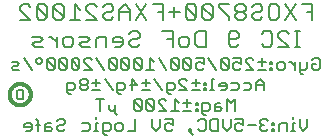
<source format=gbr>
G04 EAGLE Gerber RS-274X export*
G75*
%MOMM*%
%FSLAX34Y34*%
%LPD*%
%INSilkscreen Bottom*%
%IPPOS*%
%AMOC8*
5,1,8,0,0,1.08239X$1,22.5*%
G01*
%ADD10C,0.203200*%
%ADD11C,0.152400*%
%ADD12C,0.304800*%


D10*
X264979Y140716D02*
X264979Y153935D01*
X256166Y153935D01*
X260573Y147326D02*
X264979Y147326D01*
X250946Y153935D02*
X242134Y140716D01*
X250946Y140716D02*
X242134Y153935D01*
X234710Y153935D02*
X230304Y153935D01*
X234710Y153935D02*
X236914Y151732D01*
X236914Y142919D01*
X234710Y140716D01*
X230304Y140716D01*
X228101Y142919D01*
X228101Y151732D01*
X230304Y153935D01*
X216271Y153935D02*
X214068Y151732D01*
X216271Y153935D02*
X220678Y153935D01*
X222881Y151732D01*
X222881Y149529D01*
X220678Y147326D01*
X216271Y147326D01*
X214068Y145122D01*
X214068Y142919D01*
X216271Y140716D01*
X220678Y140716D01*
X222881Y142919D01*
X208848Y151732D02*
X206645Y153935D01*
X202238Y153935D01*
X200035Y151732D01*
X200035Y149529D01*
X202238Y147326D01*
X200035Y145122D01*
X200035Y142919D01*
X202238Y140716D01*
X206645Y140716D01*
X208848Y142919D01*
X208848Y145122D01*
X206645Y147326D01*
X208848Y149529D01*
X208848Y151732D01*
X206645Y147326D02*
X202238Y147326D01*
X194815Y153935D02*
X186002Y153935D01*
X186002Y151732D01*
X194815Y142919D01*
X194815Y140716D01*
X180782Y142919D02*
X180782Y151732D01*
X178579Y153935D01*
X174173Y153935D01*
X171970Y151732D01*
X171970Y142919D01*
X174173Y140716D01*
X178579Y140716D01*
X180782Y142919D01*
X171970Y151732D01*
X166750Y151732D02*
X166750Y142919D01*
X166750Y151732D02*
X164546Y153935D01*
X160140Y153935D01*
X157937Y151732D01*
X157937Y142919D01*
X160140Y140716D01*
X164546Y140716D01*
X166750Y142919D01*
X157937Y151732D01*
X152717Y147326D02*
X143904Y147326D01*
X148310Y151732D02*
X148310Y142919D01*
X138684Y140716D02*
X138684Y153935D01*
X129871Y153935D01*
X134278Y147326D02*
X138684Y147326D01*
X124651Y153935D02*
X115838Y140716D01*
X124651Y140716D02*
X115838Y153935D01*
X110619Y149529D02*
X110619Y140716D01*
X110619Y149529D02*
X106212Y153935D01*
X101806Y149529D01*
X101806Y140716D01*
X101806Y147326D02*
X110619Y147326D01*
X89976Y153935D02*
X87773Y151732D01*
X89976Y153935D02*
X94383Y153935D01*
X96586Y151732D01*
X96586Y149529D01*
X94383Y147326D01*
X89976Y147326D01*
X87773Y145122D01*
X87773Y142919D01*
X89976Y140716D01*
X94383Y140716D01*
X96586Y142919D01*
X82553Y140716D02*
X73740Y140716D01*
X82553Y140716D02*
X73740Y149529D01*
X73740Y151732D01*
X75943Y153935D01*
X80350Y153935D01*
X82553Y151732D01*
X68520Y149529D02*
X64114Y153935D01*
X64114Y140716D01*
X68520Y140716D02*
X59707Y140716D01*
X54487Y142919D02*
X54487Y151732D01*
X52284Y153935D01*
X47878Y153935D01*
X45675Y151732D01*
X45675Y142919D01*
X47878Y140716D01*
X52284Y140716D01*
X54487Y142919D01*
X45675Y151732D01*
X40455Y151732D02*
X40455Y142919D01*
X40455Y151732D02*
X38251Y153935D01*
X33845Y153935D01*
X31642Y151732D01*
X31642Y142919D01*
X33845Y140716D01*
X38251Y140716D01*
X40455Y142919D01*
X31642Y151732D01*
X26422Y140716D02*
X17609Y140716D01*
X26422Y140716D02*
X17609Y149529D01*
X17609Y151732D01*
X19812Y153935D01*
X24219Y153935D01*
X26422Y151732D01*
X250048Y117856D02*
X254455Y117856D01*
X252251Y117856D02*
X252251Y131075D01*
X250048Y131075D02*
X254455Y131075D01*
X245099Y117856D02*
X236287Y117856D01*
X245099Y117856D02*
X236287Y126669D01*
X236287Y128872D01*
X238490Y131075D01*
X242896Y131075D01*
X245099Y128872D01*
X224457Y131075D02*
X222254Y128872D01*
X224457Y131075D02*
X228863Y131075D01*
X231067Y128872D01*
X231067Y120059D01*
X228863Y117856D01*
X224457Y117856D01*
X222254Y120059D01*
X203001Y120059D02*
X200798Y117856D01*
X196391Y117856D01*
X194188Y120059D01*
X194188Y128872D01*
X196391Y131075D01*
X200798Y131075D01*
X203001Y128872D01*
X203001Y126669D01*
X200798Y124466D01*
X194188Y124466D01*
X174935Y131075D02*
X174935Y117856D01*
X168326Y117856D01*
X166123Y120059D01*
X166123Y128872D01*
X168326Y131075D01*
X174935Y131075D01*
X158699Y117856D02*
X154293Y117856D01*
X152090Y120059D01*
X152090Y124466D01*
X154293Y126669D01*
X158699Y126669D01*
X160903Y124466D01*
X160903Y120059D01*
X158699Y117856D01*
X146870Y117856D02*
X146870Y131075D01*
X138057Y131075D01*
X142463Y124466D02*
X146870Y124466D01*
X112195Y131075D02*
X109991Y128872D01*
X112195Y131075D02*
X116601Y131075D01*
X118804Y128872D01*
X118804Y126669D01*
X116601Y124466D01*
X112195Y124466D01*
X109991Y122262D01*
X109991Y120059D01*
X112195Y117856D01*
X116601Y117856D01*
X118804Y120059D01*
X102568Y117856D02*
X98162Y117856D01*
X102568Y117856D02*
X104772Y120059D01*
X104772Y124466D01*
X102568Y126669D01*
X98162Y126669D01*
X95959Y124466D01*
X95959Y122262D01*
X104772Y122262D01*
X90739Y117856D02*
X90739Y126669D01*
X84129Y126669D01*
X81926Y124466D01*
X81926Y117856D01*
X76706Y117856D02*
X70096Y117856D01*
X67893Y120059D01*
X70096Y122262D01*
X74503Y122262D01*
X76706Y124466D01*
X74503Y126669D01*
X67893Y126669D01*
X60470Y117856D02*
X56064Y117856D01*
X53860Y120059D01*
X53860Y124466D01*
X56064Y126669D01*
X60470Y126669D01*
X62673Y124466D01*
X62673Y120059D01*
X60470Y117856D01*
X48640Y117856D02*
X48640Y126669D01*
X44234Y126669D02*
X48640Y122262D01*
X44234Y126669D02*
X42031Y126669D01*
X36946Y117856D02*
X30337Y117856D01*
X28134Y120059D01*
X30337Y122262D01*
X34743Y122262D01*
X36946Y124466D01*
X34743Y126669D01*
X28134Y126669D01*
D11*
X264763Y106497D02*
X266415Y108149D01*
X269720Y108149D01*
X271372Y106497D01*
X271372Y99887D01*
X269720Y98235D01*
X266415Y98235D01*
X264763Y99887D01*
X264763Y103192D01*
X268068Y103192D01*
X260848Y104844D02*
X260848Y99887D01*
X259195Y98235D01*
X254238Y98235D01*
X254238Y96582D02*
X254238Y104844D01*
X254238Y96582D02*
X255891Y94930D01*
X257543Y94930D01*
X250323Y98235D02*
X250323Y104844D01*
X250323Y101539D02*
X247018Y104844D01*
X245366Y104844D01*
X239900Y98235D02*
X236596Y98235D01*
X234943Y99887D01*
X234943Y103192D01*
X236596Y104844D01*
X239900Y104844D01*
X241553Y103192D01*
X241553Y99887D01*
X239900Y98235D01*
X231028Y104844D02*
X229376Y104844D01*
X229376Y103192D01*
X231028Y103192D01*
X231028Y104844D01*
X231028Y99887D02*
X229376Y99887D01*
X229376Y98235D01*
X231028Y98235D01*
X231028Y99887D01*
X225766Y98235D02*
X219156Y98235D01*
X219156Y104844D02*
X225766Y104844D01*
X222461Y108149D02*
X222461Y101539D01*
X215241Y98235D02*
X208632Y98235D01*
X215241Y98235D02*
X208632Y104844D01*
X208632Y106497D01*
X210284Y108149D01*
X213589Y108149D01*
X215241Y106497D01*
X204717Y108149D02*
X198107Y108149D01*
X204717Y108149D02*
X204717Y103192D01*
X201412Y104844D01*
X199760Y104844D01*
X198107Y103192D01*
X198107Y99887D01*
X199760Y98235D01*
X203064Y98235D01*
X204717Y99887D01*
X194192Y99887D02*
X194192Y106497D01*
X192540Y108149D01*
X189235Y108149D01*
X187583Y106497D01*
X187583Y99887D01*
X189235Y98235D01*
X192540Y98235D01*
X194192Y99887D01*
X187583Y106497D01*
X183668Y98235D02*
X177058Y108149D01*
X173143Y108149D02*
X166533Y108149D01*
X173143Y108149D02*
X173143Y103192D01*
X169838Y104844D01*
X168186Y104844D01*
X166533Y103192D01*
X166533Y99887D01*
X168186Y98235D01*
X171491Y98235D01*
X173143Y99887D01*
X162618Y99887D02*
X162618Y106497D01*
X160966Y108149D01*
X157661Y108149D01*
X156009Y106497D01*
X156009Y99887D01*
X157661Y98235D01*
X160966Y98235D01*
X162618Y99887D01*
X156009Y106497D01*
X152094Y106497D02*
X152094Y99887D01*
X152094Y106497D02*
X150441Y108149D01*
X147137Y108149D01*
X145484Y106497D01*
X145484Y99887D01*
X147137Y98235D01*
X150441Y98235D01*
X152094Y99887D01*
X145484Y106497D01*
X141569Y98235D02*
X134960Y108149D01*
X131045Y104844D02*
X127740Y108149D01*
X127740Y98235D01*
X131045Y98235D02*
X124435Y98235D01*
X120520Y99887D02*
X120520Y106497D01*
X118868Y108149D01*
X115563Y108149D01*
X113910Y106497D01*
X113910Y99887D01*
X115563Y98235D01*
X118868Y98235D01*
X120520Y99887D01*
X113910Y106497D01*
X109995Y106497D02*
X109995Y99887D01*
X109995Y106497D02*
X108343Y108149D01*
X105038Y108149D01*
X103386Y106497D01*
X103386Y99887D01*
X105038Y98235D01*
X108343Y98235D01*
X109995Y99887D01*
X103386Y106497D01*
X99471Y106497D02*
X99471Y99887D01*
X99471Y106497D02*
X97818Y108149D01*
X94514Y108149D01*
X92861Y106497D01*
X92861Y99887D01*
X94514Y98235D01*
X97818Y98235D01*
X99471Y99887D01*
X92861Y106497D01*
X88946Y98235D02*
X82337Y108149D01*
X78422Y98235D02*
X71812Y98235D01*
X71812Y104844D02*
X78422Y98235D01*
X71812Y104844D02*
X71812Y106497D01*
X73464Y108149D01*
X76769Y108149D01*
X78422Y106497D01*
X67897Y106497D02*
X67897Y99887D01*
X67897Y106497D02*
X66245Y108149D01*
X62940Y108149D01*
X61287Y106497D01*
X61287Y99887D01*
X62940Y98235D01*
X66245Y98235D01*
X67897Y99887D01*
X61287Y106497D01*
X57372Y106497D02*
X57372Y99887D01*
X57372Y106497D02*
X55720Y108149D01*
X52415Y108149D01*
X50763Y106497D01*
X50763Y99887D01*
X52415Y98235D01*
X55720Y98235D01*
X57372Y99887D01*
X50763Y106497D01*
X46848Y106497D02*
X46848Y99887D01*
X46848Y106497D02*
X45195Y108149D01*
X41891Y108149D01*
X40238Y106497D01*
X40238Y99887D01*
X41891Y98235D01*
X45195Y98235D01*
X46848Y99887D01*
X40238Y106497D01*
X34671Y108149D02*
X33018Y108149D01*
X31366Y106497D01*
X31366Y104844D01*
X33018Y103192D01*
X34671Y103192D01*
X36323Y104844D01*
X36323Y106497D01*
X34671Y108149D01*
X27553Y98235D02*
X20943Y108149D01*
X17028Y98235D02*
X12071Y98235D01*
X10419Y99887D01*
X12071Y101539D01*
X15376Y101539D01*
X17028Y103192D01*
X15376Y104844D01*
X10419Y104844D01*
X224012Y87699D02*
X224012Y81090D01*
X224012Y87699D02*
X220707Y91004D01*
X217402Y87699D01*
X217402Y81090D01*
X217402Y86047D02*
X224012Y86047D01*
X211835Y87699D02*
X206878Y87699D01*
X211835Y87699D02*
X213487Y86047D01*
X213487Y82742D01*
X211835Y81090D01*
X206878Y81090D01*
X201310Y87699D02*
X196353Y87699D01*
X201310Y87699D02*
X202963Y86047D01*
X202963Y82742D01*
X201310Y81090D01*
X196353Y81090D01*
X190786Y81090D02*
X187481Y81090D01*
X190786Y81090D02*
X192438Y82742D01*
X192438Y86047D01*
X190786Y87699D01*
X187481Y87699D01*
X185828Y86047D01*
X185828Y84394D01*
X192438Y84394D01*
X181913Y91004D02*
X180261Y91004D01*
X180261Y81090D01*
X181913Y81090D02*
X178609Y81090D01*
X174897Y87699D02*
X173245Y87699D01*
X173245Y86047D01*
X174897Y86047D01*
X174897Y87699D01*
X174897Y82742D02*
X173245Y82742D01*
X173245Y81090D01*
X174897Y81090D01*
X174897Y82742D01*
X169635Y81090D02*
X163025Y81090D01*
X163025Y87699D02*
X169635Y87699D01*
X166330Y91004D02*
X166330Y84394D01*
X159110Y81090D02*
X152501Y81090D01*
X159110Y81090D02*
X152501Y87699D01*
X152501Y89352D01*
X154153Y91004D01*
X157458Y91004D01*
X159110Y89352D01*
X145281Y77785D02*
X143628Y77785D01*
X141976Y79437D01*
X141976Y87699D01*
X146933Y87699D01*
X148586Y86047D01*
X148586Y82742D01*
X146933Y81090D01*
X141976Y81090D01*
X138061Y81090D02*
X131451Y91004D01*
X127536Y81090D02*
X120927Y81090D01*
X120927Y87699D02*
X127536Y87699D01*
X124232Y91004D02*
X124232Y84394D01*
X112055Y81090D02*
X112055Y91004D01*
X117012Y86047D01*
X110402Y86047D01*
X103182Y77785D02*
X101530Y77785D01*
X99878Y79437D01*
X99878Y87699D01*
X104835Y87699D01*
X106487Y86047D01*
X106487Y82742D01*
X104835Y81090D01*
X99878Y81090D01*
X95963Y81090D02*
X89353Y91004D01*
X85438Y81090D02*
X78828Y81090D01*
X78828Y87699D02*
X85438Y87699D01*
X82133Y91004D02*
X82133Y84394D01*
X74913Y89352D02*
X73261Y91004D01*
X69956Y91004D01*
X68304Y89352D01*
X68304Y87699D01*
X69956Y86047D01*
X68304Y84394D01*
X68304Y82742D01*
X69956Y81090D01*
X73261Y81090D01*
X74913Y82742D01*
X74913Y84394D01*
X73261Y86047D01*
X74913Y87699D01*
X74913Y89352D01*
X73261Y86047D02*
X69956Y86047D01*
X61084Y77785D02*
X59432Y77785D01*
X57779Y79437D01*
X57779Y87699D01*
X62736Y87699D01*
X64389Y86047D01*
X64389Y82742D01*
X62736Y81090D01*
X57779Y81090D01*
X199454Y73859D02*
X199454Y63945D01*
X196150Y70554D02*
X199454Y73859D01*
X196150Y70554D02*
X192845Y73859D01*
X192845Y63945D01*
X187277Y70554D02*
X183973Y70554D01*
X182320Y68902D01*
X182320Y63945D01*
X187277Y63945D01*
X188930Y65597D01*
X187277Y67249D01*
X182320Y67249D01*
X175100Y60640D02*
X173448Y60640D01*
X171796Y62292D01*
X171796Y70554D01*
X176753Y70554D01*
X178405Y68902D01*
X178405Y65597D01*
X176753Y63945D01*
X171796Y63945D01*
X167881Y70554D02*
X166228Y70554D01*
X166228Y68902D01*
X167881Y68902D01*
X167881Y70554D01*
X167881Y65597D02*
X166228Y65597D01*
X166228Y63945D01*
X167881Y63945D01*
X167881Y65597D01*
X162618Y63945D02*
X156009Y63945D01*
X156009Y70554D02*
X162618Y70554D01*
X159314Y73859D02*
X159314Y67249D01*
X152094Y70554D02*
X148789Y73859D01*
X148789Y63945D01*
X152094Y63945D02*
X145484Y63945D01*
X141569Y63945D02*
X134960Y63945D01*
X141569Y63945D02*
X134960Y70554D01*
X134960Y72207D01*
X136612Y73859D01*
X139917Y73859D01*
X141569Y72207D01*
X131045Y72207D02*
X131045Y65597D01*
X131045Y72207D02*
X129392Y73859D01*
X126087Y73859D01*
X124435Y72207D01*
X124435Y65597D01*
X126087Y63945D01*
X129392Y63945D01*
X131045Y65597D01*
X124435Y72207D01*
X120520Y72207D02*
X120520Y65597D01*
X120520Y72207D02*
X118868Y73859D01*
X115563Y73859D01*
X113910Y72207D01*
X113910Y65597D01*
X115563Y63945D01*
X118868Y63945D01*
X120520Y65597D01*
X113910Y72207D01*
X97818Y68902D02*
X97818Y65597D01*
X96166Y63945D01*
X94514Y63945D01*
X92861Y65597D01*
X92861Y68902D01*
X97818Y65597D02*
X97818Y62292D01*
X99471Y60640D01*
X85641Y63945D02*
X85641Y73859D01*
X82337Y73859D02*
X88946Y73859D01*
X260848Y56714D02*
X260848Y50104D01*
X257543Y46800D01*
X254238Y50104D01*
X254238Y56714D01*
X250323Y53409D02*
X248671Y53409D01*
X248671Y46800D01*
X250323Y46800D02*
X247018Y46800D01*
X248671Y56714D02*
X248671Y58366D01*
X243307Y53409D02*
X243307Y46800D01*
X243307Y53409D02*
X238350Y53409D01*
X236697Y51757D01*
X236697Y46800D01*
X232782Y53409D02*
X231130Y53409D01*
X231130Y51757D01*
X232782Y51757D01*
X232782Y53409D01*
X232782Y48452D02*
X231130Y48452D01*
X231130Y46800D01*
X232782Y46800D01*
X232782Y48452D01*
X227520Y55062D02*
X225868Y56714D01*
X222563Y56714D01*
X220910Y55062D01*
X220910Y53409D01*
X222563Y51757D01*
X224215Y51757D01*
X222563Y51757D02*
X220910Y50104D01*
X220910Y48452D01*
X222563Y46800D01*
X225868Y46800D01*
X227520Y48452D01*
X216995Y51757D02*
X210386Y51757D01*
X206471Y56714D02*
X199861Y56714D01*
X206471Y56714D02*
X206471Y51757D01*
X203166Y53409D01*
X201514Y53409D01*
X199861Y51757D01*
X199861Y48452D01*
X201514Y46800D01*
X204818Y46800D01*
X206471Y48452D01*
X195946Y50104D02*
X195946Y56714D01*
X195946Y50104D02*
X192641Y46800D01*
X189337Y50104D01*
X189337Y56714D01*
X185422Y56714D02*
X185422Y46800D01*
X180464Y46800D01*
X178812Y48452D01*
X178812Y55062D01*
X180464Y56714D01*
X185422Y56714D01*
X169940Y56714D02*
X168287Y55062D01*
X169940Y56714D02*
X173245Y56714D01*
X174897Y55062D01*
X174897Y48452D01*
X173245Y46800D01*
X169940Y46800D01*
X168287Y48452D01*
X164372Y43495D02*
X161068Y46800D01*
X161068Y48452D01*
X162720Y48452D01*
X162720Y46800D01*
X161068Y46800D01*
X146832Y56714D02*
X140222Y56714D01*
X146832Y56714D02*
X146832Y51757D01*
X143527Y53409D01*
X141874Y53409D01*
X140222Y51757D01*
X140222Y48452D01*
X141874Y46800D01*
X145179Y46800D01*
X146832Y48452D01*
X136307Y50104D02*
X136307Y56714D01*
X136307Y50104D02*
X133002Y46800D01*
X129697Y50104D01*
X129697Y56714D01*
X115258Y56714D02*
X115258Y46800D01*
X108648Y46800D01*
X103081Y46800D02*
X99776Y46800D01*
X98124Y48452D01*
X98124Y51757D01*
X99776Y53409D01*
X103081Y53409D01*
X104733Y51757D01*
X104733Y48452D01*
X103081Y46800D01*
X90904Y43495D02*
X89251Y43495D01*
X87599Y45147D01*
X87599Y53409D01*
X92556Y53409D01*
X94209Y51757D01*
X94209Y48452D01*
X92556Y46800D01*
X87599Y46800D01*
X83684Y53409D02*
X82032Y53409D01*
X82032Y46800D01*
X83684Y46800D02*
X80379Y46800D01*
X82032Y56714D02*
X82032Y58366D01*
X75015Y53409D02*
X70058Y53409D01*
X75015Y53409D02*
X76668Y51757D01*
X76668Y48452D01*
X75015Y46800D01*
X70058Y46800D01*
X50661Y56714D02*
X49009Y55062D01*
X50661Y56714D02*
X53966Y56714D01*
X55618Y55062D01*
X55618Y53409D01*
X53966Y51757D01*
X50661Y51757D01*
X49009Y50104D01*
X49009Y48452D01*
X50661Y46800D01*
X53966Y46800D01*
X55618Y48452D01*
X43441Y53409D02*
X40137Y53409D01*
X38484Y51757D01*
X38484Y46800D01*
X43441Y46800D01*
X45094Y48452D01*
X43441Y50104D01*
X38484Y50104D01*
X32917Y46800D02*
X32917Y55062D01*
X31264Y56714D01*
X31264Y51757D02*
X34569Y51757D01*
X25900Y46800D02*
X22596Y46800D01*
X25900Y46800D02*
X27553Y48452D01*
X27553Y51757D01*
X25900Y53409D01*
X22596Y53409D01*
X20943Y51757D01*
X20943Y50104D01*
X27553Y50104D01*
D12*
X8800Y77470D02*
X8803Y77690D01*
X8811Y77911D01*
X8824Y78131D01*
X8843Y78350D01*
X8868Y78569D01*
X8897Y78788D01*
X8932Y79005D01*
X8973Y79222D01*
X9018Y79438D01*
X9069Y79652D01*
X9125Y79865D01*
X9187Y80077D01*
X9253Y80287D01*
X9325Y80495D01*
X9402Y80702D01*
X9484Y80906D01*
X9570Y81109D01*
X9662Y81309D01*
X9759Y81508D01*
X9860Y81703D01*
X9967Y81896D01*
X10078Y82087D01*
X10193Y82274D01*
X10313Y82459D01*
X10438Y82641D01*
X10567Y82819D01*
X10701Y82995D01*
X10838Y83167D01*
X10980Y83335D01*
X11126Y83501D01*
X11276Y83662D01*
X11430Y83820D01*
X11588Y83974D01*
X11749Y84124D01*
X11915Y84270D01*
X12083Y84412D01*
X12255Y84549D01*
X12431Y84683D01*
X12609Y84812D01*
X12791Y84937D01*
X12976Y85057D01*
X13163Y85172D01*
X13354Y85283D01*
X13547Y85390D01*
X13742Y85491D01*
X13941Y85588D01*
X14141Y85680D01*
X14344Y85766D01*
X14548Y85848D01*
X14755Y85925D01*
X14963Y85997D01*
X15173Y86063D01*
X15385Y86125D01*
X15598Y86181D01*
X15812Y86232D01*
X16028Y86277D01*
X16245Y86318D01*
X16462Y86353D01*
X16681Y86382D01*
X16900Y86407D01*
X17119Y86426D01*
X17339Y86439D01*
X17560Y86447D01*
X17780Y86450D01*
X18000Y86447D01*
X18221Y86439D01*
X18441Y86426D01*
X18660Y86407D01*
X18879Y86382D01*
X19098Y86353D01*
X19315Y86318D01*
X19532Y86277D01*
X19748Y86232D01*
X19962Y86181D01*
X20175Y86125D01*
X20387Y86063D01*
X20597Y85997D01*
X20805Y85925D01*
X21012Y85848D01*
X21216Y85766D01*
X21419Y85680D01*
X21619Y85588D01*
X21818Y85491D01*
X22013Y85390D01*
X22206Y85283D01*
X22397Y85172D01*
X22584Y85057D01*
X22769Y84937D01*
X22951Y84812D01*
X23129Y84683D01*
X23305Y84549D01*
X23477Y84412D01*
X23645Y84270D01*
X23811Y84124D01*
X23972Y83974D01*
X24130Y83820D01*
X24284Y83662D01*
X24434Y83501D01*
X24580Y83335D01*
X24722Y83167D01*
X24859Y82995D01*
X24993Y82819D01*
X25122Y82641D01*
X25247Y82459D01*
X25367Y82274D01*
X25482Y82087D01*
X25593Y81896D01*
X25700Y81703D01*
X25801Y81508D01*
X25898Y81309D01*
X25990Y81109D01*
X26076Y80906D01*
X26158Y80702D01*
X26235Y80495D01*
X26307Y80287D01*
X26373Y80077D01*
X26435Y79865D01*
X26491Y79652D01*
X26542Y79438D01*
X26587Y79222D01*
X26628Y79005D01*
X26663Y78788D01*
X26692Y78569D01*
X26717Y78350D01*
X26736Y78131D01*
X26749Y77911D01*
X26757Y77690D01*
X26760Y77470D01*
X26757Y77250D01*
X26749Y77029D01*
X26736Y76809D01*
X26717Y76590D01*
X26692Y76371D01*
X26663Y76152D01*
X26628Y75935D01*
X26587Y75718D01*
X26542Y75502D01*
X26491Y75288D01*
X26435Y75075D01*
X26373Y74863D01*
X26307Y74653D01*
X26235Y74445D01*
X26158Y74238D01*
X26076Y74034D01*
X25990Y73831D01*
X25898Y73631D01*
X25801Y73432D01*
X25700Y73237D01*
X25593Y73044D01*
X25482Y72853D01*
X25367Y72666D01*
X25247Y72481D01*
X25122Y72299D01*
X24993Y72121D01*
X24859Y71945D01*
X24722Y71773D01*
X24580Y71605D01*
X24434Y71439D01*
X24284Y71278D01*
X24130Y71120D01*
X23972Y70966D01*
X23811Y70816D01*
X23645Y70670D01*
X23477Y70528D01*
X23305Y70391D01*
X23129Y70257D01*
X22951Y70128D01*
X22769Y70003D01*
X22584Y69883D01*
X22397Y69768D01*
X22206Y69657D01*
X22013Y69550D01*
X21818Y69449D01*
X21619Y69352D01*
X21419Y69260D01*
X21216Y69174D01*
X21012Y69092D01*
X20805Y69015D01*
X20597Y68943D01*
X20387Y68877D01*
X20175Y68815D01*
X19962Y68759D01*
X19748Y68708D01*
X19532Y68663D01*
X19315Y68622D01*
X19098Y68587D01*
X18879Y68558D01*
X18660Y68533D01*
X18441Y68514D01*
X18221Y68501D01*
X18000Y68493D01*
X17780Y68490D01*
X17560Y68493D01*
X17339Y68501D01*
X17119Y68514D01*
X16900Y68533D01*
X16681Y68558D01*
X16462Y68587D01*
X16245Y68622D01*
X16028Y68663D01*
X15812Y68708D01*
X15598Y68759D01*
X15385Y68815D01*
X15173Y68877D01*
X14963Y68943D01*
X14755Y69015D01*
X14548Y69092D01*
X14344Y69174D01*
X14141Y69260D01*
X13941Y69352D01*
X13742Y69449D01*
X13547Y69550D01*
X13354Y69657D01*
X13163Y69768D01*
X12976Y69883D01*
X12791Y70003D01*
X12609Y70128D01*
X12431Y70257D01*
X12255Y70391D01*
X12083Y70528D01*
X11915Y70670D01*
X11749Y70816D01*
X11588Y70966D01*
X11430Y71120D01*
X11276Y71278D01*
X11126Y71439D01*
X10980Y71605D01*
X10838Y71773D01*
X10701Y71945D01*
X10567Y72121D01*
X10438Y72299D01*
X10313Y72481D01*
X10193Y72666D01*
X10078Y72853D01*
X9967Y73044D01*
X9860Y73237D01*
X9759Y73432D01*
X9662Y73631D01*
X9570Y73831D01*
X9484Y74034D01*
X9402Y74238D01*
X9325Y74445D01*
X9253Y74653D01*
X9187Y74863D01*
X9125Y75075D01*
X9069Y75288D01*
X9018Y75502D01*
X8973Y75718D01*
X8932Y75935D01*
X8897Y76152D01*
X8868Y76371D01*
X8843Y76590D01*
X8824Y76809D01*
X8811Y77029D01*
X8803Y77250D01*
X8800Y77470D01*
D10*
X20320Y73406D02*
X20320Y81541D01*
X20320Y73406D02*
X16253Y73406D01*
X14897Y74762D01*
X14897Y80185D01*
X16253Y81541D01*
X20320Y81541D01*
M02*

</source>
